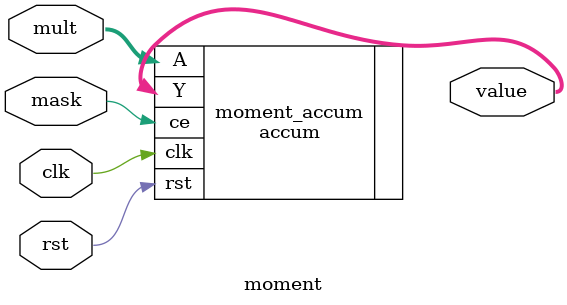
<source format=v>
`timescale 1ns / 1ps


module moment(
    input clk,
    input rst,
    input mask,
    input [10:0]mult,
        
    output [31:0]value
    );
    
    accum moment_accum(
        .A(mult),
        .clk(clk),
        .ce(mask),
        .rst(rst),
        .Y(value)
    );
    
endmodule

</source>
